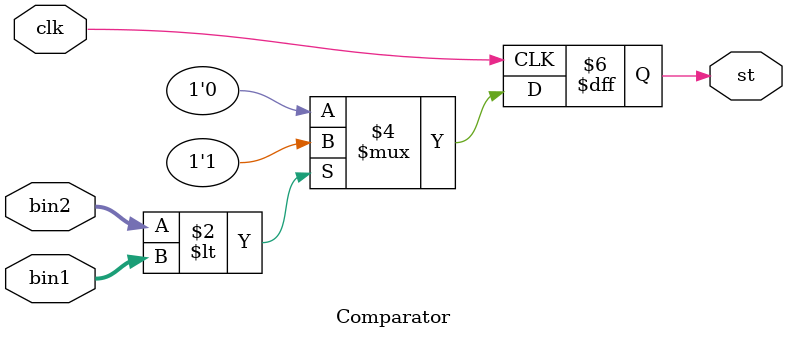
<source format=sv>
/****************************************************************************
 * Comparator.sv
 ****************************************************************************/

/**
 * Module: Comparator
 * 
 * TODO: Add module documentation
 */
module Comparator(input logic [7:0] bin1,
	   			  input logic [7:0] bin2,
				  input logic clk,
				  output logic st);
	
	always @(posedge clk)
	begin
		if (bin2 < bin1)
			st <= 1'b1;
		else
			st <= 1'b0;
	end
	
endmodule



</source>
